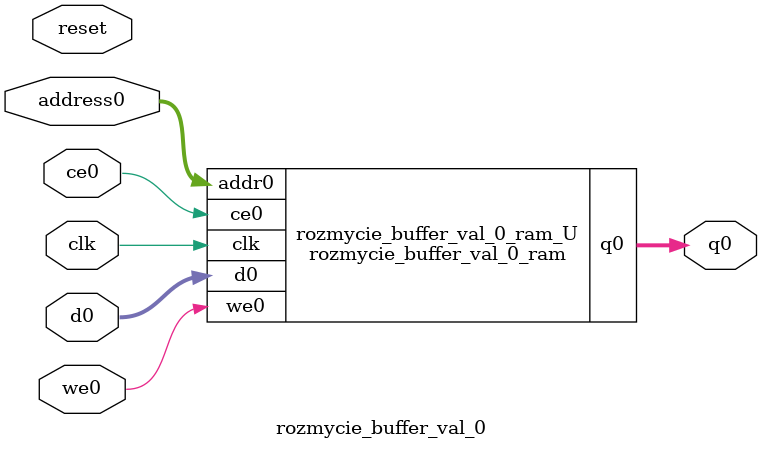
<source format=v>
`timescale 1 ns / 1 ps
module rozmycie_buffer_val_0_ram (addr0, ce0, d0, we0, q0,  clk);

parameter DWIDTH = 8;
parameter AWIDTH = 11;
parameter MEM_SIZE = 1280;

input[AWIDTH-1:0] addr0;
input ce0;
input[DWIDTH-1:0] d0;
input we0;
output reg[DWIDTH-1:0] q0;
input clk;

(* ram_style = "block" *)reg [DWIDTH-1:0] ram[0:MEM_SIZE-1];




always @(posedge clk)  
begin 
    if (ce0) 
    begin
        if (we0) 
        begin 
            ram[addr0] <= d0; 
        end 
        q0 <= ram[addr0];
    end
end


endmodule

`timescale 1 ns / 1 ps
module rozmycie_buffer_val_0(
    reset,
    clk,
    address0,
    ce0,
    we0,
    d0,
    q0);

parameter DataWidth = 32'd8;
parameter AddressRange = 32'd1280;
parameter AddressWidth = 32'd11;
input reset;
input clk;
input[AddressWidth - 1:0] address0;
input ce0;
input we0;
input[DataWidth - 1:0] d0;
output[DataWidth - 1:0] q0;



rozmycie_buffer_val_0_ram rozmycie_buffer_val_0_ram_U(
    .clk( clk ),
    .addr0( address0 ),
    .ce0( ce0 ),
    .we0( we0 ),
    .d0( d0 ),
    .q0( q0 ));

endmodule


</source>
